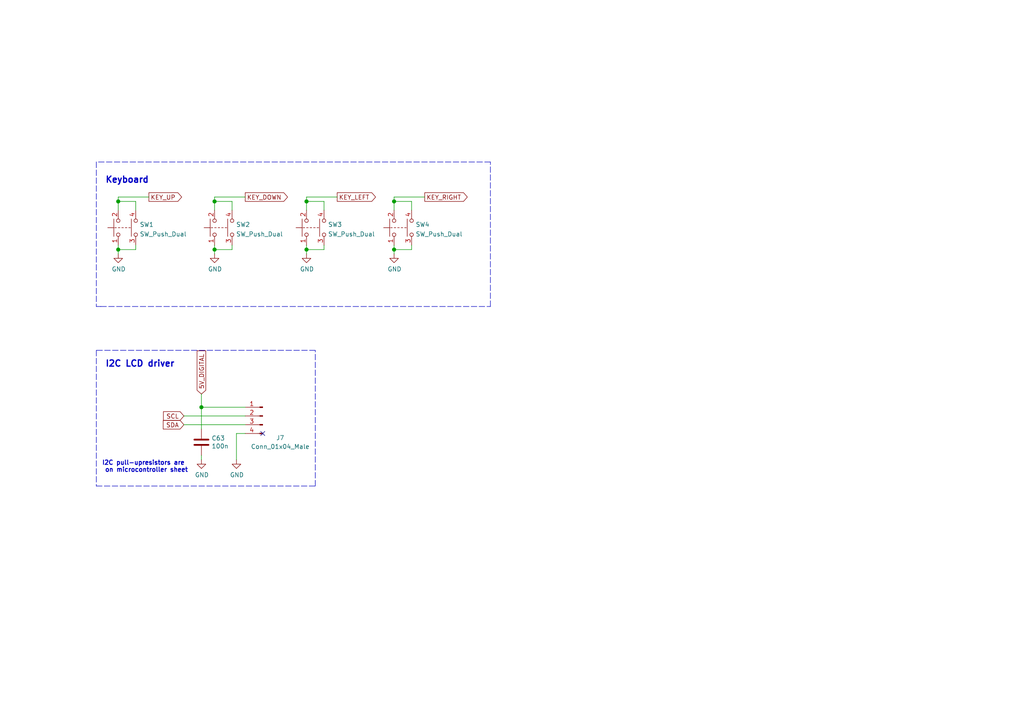
<source format=kicad_sch>
(kicad_sch (version 20210621) (generator eeschema)
  (paper "A4")
  (lib_symbols
    (symbol "Connector:Conn_01x04_Male" (pin_names (offset 1.016) hide)
      (property "Reference" "J" (at 0 5.08 0))
      (property "Value" "Conn_01x04_Male" (at 0 -7.62 0))
      (symbol "Conn_01x04_Male_1_1"
        (rectangle (start 0.8636 -4.953) (end 0 -5.207) (stroke (width 0.1524)) (fill (type outline)))
        (rectangle (start 0.8636 -2.413) (end 0 -2.667) (stroke (width 0.1524)) (fill (type outline)))
        (rectangle (start 0.8636 0.127) (end 0 -0.127) (stroke (width 0.1524)) (fill (type outline)))
        (rectangle (start 0.8636 2.667) (end 0 2.413) (stroke (width 0.1524)) (fill (type outline)))
        (polyline (pts (xy 1.27 -5.08) (xy 0.8636 -5.08)) (stroke (width 0.1524)))
        (polyline (pts (xy 1.27 -2.54) (xy 0.8636 -2.54)) (stroke (width 0.1524)))
        (polyline (pts (xy 1.27 0) (xy 0.8636 0)) (stroke (width 0.1524)))
        (polyline (pts (xy 1.27 2.54) (xy 0.8636 2.54)) (stroke (width 0.1524)))
        (pin passive line (at 5.08 2.54 180) (length 3.81) (name "Pin_1") (number "1"))
        (pin passive line (at 5.08 0 180) (length 3.81) (name "Pin_2") (number "2"))
        (pin passive line (at 5.08 -2.54 180) (length 3.81) (name "Pin_3") (number "3"))
        (pin passive line (at 5.08 -5.08 180) (length 3.81) (name "Pin_4") (number "4"))
      )
    )
    (symbol "Device:C" (pin_numbers hide) (pin_names (offset 0.254))
      (property "Reference" "C" (at 0.635 2.54 0))
      (property "Value" "C" (at 0.635 -2.54 0))
      (symbol "C_0_1"
        (polyline (pts (xy -2.032 -0.762) (xy 2.032 -0.762)) (stroke (width 0.508)))
        (polyline (pts (xy -2.032 0.762) (xy 2.032 0.762)) (stroke (width 0.508)))
      )
      (symbol "C_1_1"
        (pin passive line (at 0 3.81 270) (length 2.794) (name "~") (number "1"))
        (pin passive line (at 0 -3.81 90) (length 2.794) (name "~") (number "2"))
      )
    )
    (symbol "Switch:SW_Push_Dual" (pin_names (offset 1.016) hide)
      (property "Reference" "SW" (at 1.27 2.54 0))
      (property "Value" "SW_Push_Dual" (at 0 -6.858 0))
      (symbol "SW_Push_Dual_0_1"
        (circle (center -2.032 -5.08) (radius 0.508))
        (circle (center -2.032 0) (radius 0.508))
        (circle (center 2.032 -5.08) (radius 0.508))
        (circle (center 2.032 0) (radius 0.508))
        (polyline (pts (xy 0 -3.048) (xy 0 -3.556)))
        (polyline (pts (xy 0 -2.032) (xy 0 -2.54)))
        (polyline (pts (xy 0 -1.524) (xy 0 -1.016)))
        (polyline (pts (xy 0 -0.508) (xy 0 0)))
        (polyline (pts (xy 0 0.508) (xy 0 1.016)))
        (polyline (pts (xy 0 1.27) (xy 0 3.048)))
        (polyline (pts (xy 2.54 -3.81) (xy -2.54 -3.81)))
        (polyline (pts (xy 2.54 1.27) (xy -2.54 1.27)))
        (pin passive line (at -5.08 0 0) (length 2.54) (name "1") (number "1"))
        (pin passive line (at 5.08 0 180) (length 2.54) (name "2") (number "2"))
        (pin passive line (at -5.08 -5.08 0) (length 2.54) (name "3") (number "3"))
        (pin passive line (at 5.08 -5.08 180) (length 2.54) (name "4") (number "4"))
      )
    )
    (symbol "power:GND" (power) (pin_names (offset 0))
      (property "Value" "GND" (at 0 -3.81 0))
      (symbol "GND_0_1"
        (polyline (pts (xy 0 0) (xy 0 -1.27) (xy 1.27 -1.27) (xy 0 -2.54) (xy -1.27 -1.27) (xy 0 -1.27)))
      )
      (symbol "GND_1_1"
        (pin power_in line (at 0 0 270) (length 0) hide (name "GND") (number "1"))
      )
    )
  )
  (junction (at 34.29 58.42) (diameter 1.016))
  (junction (at 34.29 72.39) (diameter 1.016))
  (junction (at 58.42 118.11) (diameter 1.016))
  (junction (at 62.23 58.42) (diameter 1.016))
  (junction (at 62.23 72.39) (diameter 1.016))
  (junction (at 88.9 58.42) (diameter 1.016))
  (junction (at 88.9 72.39) (diameter 1.016))
  (junction (at 114.3 58.42) (diameter 1.016))
  (junction (at 114.3 72.39) (diameter 1.016))
  (no_connect (at 76.2 125.73))
  (wire (pts (xy 34.29 57.15) (xy 43.18 57.15)))
  (wire (pts (xy 34.29 58.42) (xy 34.29 57.15)))
  (wire (pts (xy 34.29 58.42) (xy 34.29 60.96)))
  (wire (pts (xy 34.29 71.12) (xy 34.29 72.39)))
  (wire (pts (xy 34.29 72.39) (xy 34.29 73.66)))
  (wire (pts (xy 34.29 72.39) (xy 39.37 72.39)))
  (wire (pts (xy 39.37 58.42) (xy 34.29 58.42)))
  (wire (pts (xy 39.37 60.96) (xy 39.37 58.42)))
  (wire (pts (xy 39.37 72.39) (xy 39.37 71.12)))
  (wire (pts (xy 53.34 120.65) (xy 71.12 120.65)))
  (wire (pts (xy 53.34 123.19) (xy 71.12 123.19)))
  (wire (pts (xy 58.42 118.11) (xy 58.42 114.3)))
  (wire (pts (xy 58.42 124.46) (xy 58.42 118.11)))
  (wire (pts (xy 58.42 133.35) (xy 58.42 132.08)))
  (wire (pts (xy 62.23 57.15) (xy 71.12 57.15)))
  (wire (pts (xy 62.23 58.42) (xy 62.23 57.15)))
  (wire (pts (xy 62.23 58.42) (xy 62.23 60.96)))
  (wire (pts (xy 62.23 71.12) (xy 62.23 72.39)))
  (wire (pts (xy 62.23 72.39) (xy 62.23 73.66)))
  (wire (pts (xy 62.23 72.39) (xy 67.31 72.39)))
  (wire (pts (xy 67.31 58.42) (xy 62.23 58.42)))
  (wire (pts (xy 67.31 60.96) (xy 67.31 58.42)))
  (wire (pts (xy 67.31 72.39) (xy 67.31 71.12)))
  (wire (pts (xy 68.58 125.73) (xy 68.58 133.35)))
  (wire (pts (xy 71.12 118.11) (xy 58.42 118.11)))
  (wire (pts (xy 71.12 125.73) (xy 68.58 125.73)))
  (wire (pts (xy 88.9 57.15) (xy 97.79 57.15)))
  (wire (pts (xy 88.9 58.42) (xy 88.9 57.15)))
  (wire (pts (xy 88.9 58.42) (xy 88.9 60.96)))
  (wire (pts (xy 88.9 71.12) (xy 88.9 72.39)))
  (wire (pts (xy 88.9 72.39) (xy 88.9 73.66)))
  (wire (pts (xy 88.9 72.39) (xy 93.98 72.39)))
  (wire (pts (xy 93.98 58.42) (xy 88.9 58.42)))
  (wire (pts (xy 93.98 60.96) (xy 93.98 58.42)))
  (wire (pts (xy 93.98 72.39) (xy 93.98 71.12)))
  (wire (pts (xy 114.3 57.15) (xy 123.19 57.15)))
  (wire (pts (xy 114.3 58.42) (xy 114.3 57.15)))
  (wire (pts (xy 114.3 58.42) (xy 114.3 60.96)))
  (wire (pts (xy 114.3 71.12) (xy 114.3 72.39)))
  (wire (pts (xy 114.3 72.39) (xy 114.3 73.66)))
  (wire (pts (xy 114.3 72.39) (xy 119.38 72.39)))
  (wire (pts (xy 119.38 58.42) (xy 114.3 58.42)))
  (wire (pts (xy 119.38 60.96) (xy 119.38 58.42)))
  (wire (pts (xy 119.38 72.39) (xy 119.38 71.12)))
  (polyline (pts (xy 27.94 46.99) (xy 27.94 88.9)) (stroke (width 0) (type dash)))
  (polyline (pts (xy 27.94 88.9) (xy 29.21 88.9)) (stroke (width 0) (type dash)))
  (polyline (pts (xy 27.94 101.6) (xy 27.94 140.97)) (stroke (width 0) (type dash)))
  (polyline (pts (xy 27.94 140.97) (xy 91.44 140.97)) (stroke (width 0) (type dash)))
  (polyline (pts (xy 29.21 88.9) (xy 142.24 88.9)) (stroke (width 0) (type dash)))
  (polyline (pts (xy 91.44 101.6) (xy 27.94 101.6)) (stroke (width 0) (type dash)))
  (polyline (pts (xy 91.44 140.97) (xy 91.44 101.6)) (stroke (width 0) (type dash)))
  (polyline (pts (xy 142.24 46.99) (xy 27.94 46.99)) (stroke (width 0) (type dash)))
  (polyline (pts (xy 142.24 88.9) (xy 142.24 46.99)) (stroke (width 0) (type dash)))
  (text "Keyboard" (at 30.48 53.34 0) (effects (font (size 1.8 1.8) (thickness 0.36) bold) (justify left bottom)))
  (text "I2C LCD driver" (at 30.48 106.68 0) (effects (font (size 1.8 1.8) (thickness 0.36) bold) (justify left bottom)))
  (text "I2C pull-upresistors are \non microcontroller sheet" (at 54.61 137.16 0) (effects (font (size 1.27 1.27) (thickness 0.254) bold) (justify right bottom)))
  (global_label "KEY_UP" (shape output) (at 43.18 57.15 0) (property "Intersheet References" "${INTERSHEET_REFS}" (effects hide)))
  (global_label "SCL" (shape input) (at 53.34 120.65 180) (property "Intersheet References" "${INTERSHEET_REFS}" (effects hide)))
  (global_label "SDA" (shape input) (at 53.34 123.19 180) (property "Intersheet References" "${INTERSHEET_REFS}" (effects hide)))
  (global_label "5V_DIGITAL" (shape input) (at 58.42 114.3 90) (property "Intersheet References" "${INTERSHEET_REFS}" (effects hide)))
  (global_label "KEY_DOWN" (shape output) (at 71.12 57.15 0) (property "Intersheet References" "${INTERSHEET_REFS}" (effects hide)))
  (global_label "KEY_LEFT" (shape output) (at 97.79 57.15 0) (property "Intersheet References" "${INTERSHEET_REFS}" (effects hide)))
  (global_label "KEY_RIGHT" (shape output) (at 123.19 57.15 0) (property "Intersheet References" "${INTERSHEET_REFS}" (effects hide)))
  (symbol (lib_id "power:GND") (at 34.29 73.66 0) (unit 1)
    (property "Reference" "#PWR0104" (effects hide))
    (property "Value" "GND" (at 34.417 78.0542 0))
  )
  (symbol (lib_id "power:GND") (at 58.42 133.35 0) (unit 1)
    (property "Reference" "#PWR081" (effects hide))
    (property "Value" "GND" (at 58.547 137.7442 0))
  )
  (symbol (lib_id "power:GND") (at 62.23 73.66 0) (unit 1)
    (property "Reference" "#PWR0103" (effects hide))
    (property "Value" "GND" (at 62.357 78.0542 0))
  )
  (symbol (lib_id "power:GND") (at 68.58 133.35 0) (unit 1)
    (property "Reference" "#PWR075" (effects hide))
    (property "Value" "GND" (at 68.707 137.7442 0))
  )
  (symbol (lib_id "power:GND") (at 88.9 73.66 0) (unit 1)
    (property "Reference" "#PWR0102" (effects hide))
    (property "Value" "GND" (at 89.027 78.0542 0))
  )
  (symbol (lib_id "power:GND") (at 114.3 73.66 0) (unit 1)
    (property "Reference" "#PWR0105" (effects hide))
    (property "Value" "GND" (at 114.427 78.0542 0))
  )
  (symbol (lib_id "Device:C") (at 58.42 128.27 0) (unit 1)
    (property "Reference" "C63" (at 61.341 127.1016 0) (effects (justify left)))
    (property "Value" "100n" (at 61.341 129.413 0) (effects (justify left)))
    (property "Footprint" "Capacitor_SMD:C_0402_1005Metric" (effects hide))
  )
  (symbol (lib_id "Connector:Conn_01x04_Male") (at 76.2 120.65 0) (mirror y) (unit 1)
    (property "Reference" "J7" (at 81.28 127 0))
    (property "Value" "Conn_01x04_Male" (at 81.28 129.54 0))
    (property "Footprint" "Connector_PinHeader_2.54mm:PinHeader_1x04_P2.54mm_Vertical" (effects hide))
  )
  (symbol (lib_id "Switch:SW_Push_Dual") (at 34.29 66.04 90) (unit 1)
    (property "Reference" "SW1" (at 40.5131 65.1315 90) (effects (justify right)))
    (property "Value" "SW_Push_Dual" (at 40.5131 67.9066 90) (effects (justify right)))
  )
  (symbol (lib_id "Switch:SW_Push_Dual") (at 62.23 66.04 90) (unit 1)
    (property "Reference" "SW2" (at 68.4531 65.1315 90) (effects (justify right)))
    (property "Value" "SW_Push_Dual" (at 68.4531 67.9066 90) (effects (justify right)))
  )
  (symbol (lib_id "Switch:SW_Push_Dual") (at 88.9 66.04 90) (unit 1)
    (property "Reference" "SW3" (at 95.1231 65.1315 90) (effects (justify right)))
    (property "Value" "SW_Push_Dual" (at 95.1231 67.9066 90) (effects (justify right)))
  )
  (symbol (lib_id "Switch:SW_Push_Dual") (at 114.3 66.04 90) (unit 1)
    (property "Reference" "SW4" (at 120.5231 65.1315 90) (effects (justify right)))
    (property "Value" "SW_Push_Dual" (at 120.5231 67.9066 90) (effects (justify right)))
  )
)
</source>
